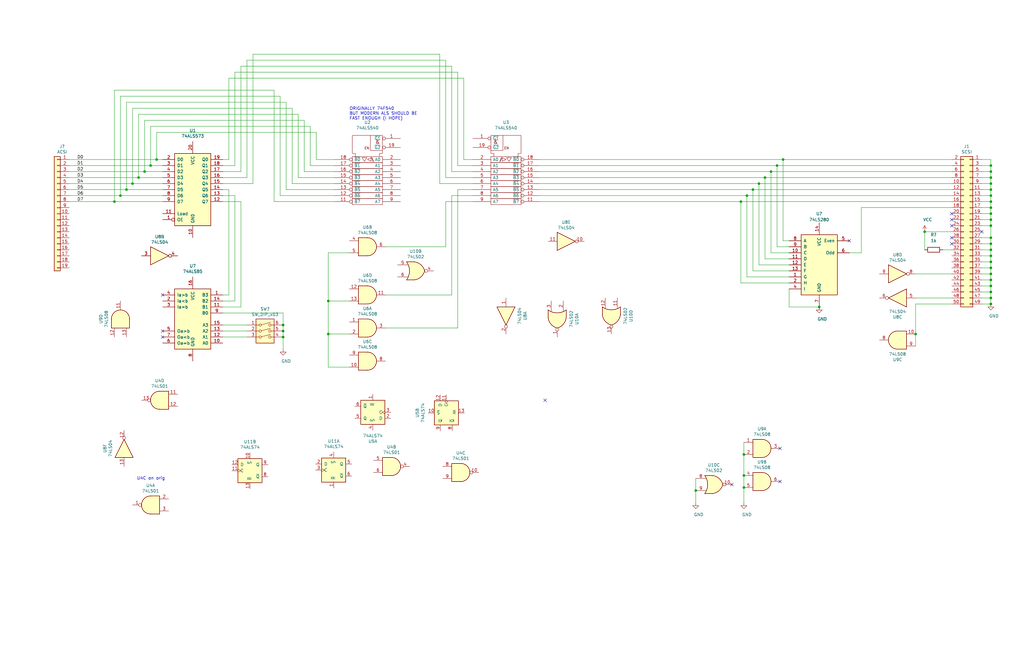
<source format=kicad_sch>
(kicad_sch (version 20201015) (generator eeschema)
  (paper "B")
  (lib_symbols
    (symbol "74xx:74LS01" (pin_names (offset 1.016))
      (property "Reference" "U" (at 0 1.27 0))
      (property "Value" "74LS01" (at 0 -1.27 0))
      (symbol "74LS01_1_1"
        (pin open_collector inverted (at 7.62 0 180) (length 3.81) (name "~") (number "1"))
        (pin input line (at -7.62 2.54 0) (length 3.81) (name "~") (number "2"))
        (pin input line (at -7.62 -2.54 0) (length 3.81) (name "~") (number "3"))
      )
      (symbol "74LS01_1_2"
        (pin open_collector line (at 7.62 0 180) (length 3.81) (name "~") (number "1"))
        (pin input inverted (at -7.62 2.54 0) (length 4.318) (name "~") (number "2"))
        (pin input inverted (at -7.62 -2.54 0) (length 4.318) (name "~") (number "3"))
      )
      (symbol "74LS01_2_1"
        (pin open_collector inverted (at 7.62 0 180) (length 3.81) (name "~") (number "4"))
        (pin input line (at -7.62 2.54 0) (length 3.81) (name "~") (number "5"))
        (pin input line (at -7.62 -2.54 0) (length 3.81) (name "~") (number "6"))
      )
      (symbol "74LS01_2_2"
        (pin open_collector line (at 7.62 0 180) (length 3.81) (name "~") (number "4"))
        (pin input inverted (at -7.62 2.54 0) (length 4.318) (name "~") (number "5"))
        (pin input inverted (at -7.62 -2.54 0) (length 4.318) (name "~") (number "6"))
      )
      (symbol "74LS01_3_1"
        (pin open_collector inverted (at 7.62 0 180) (length 3.81) (name "~") (number "10"))
        (pin input line (at -7.62 2.54 0) (length 3.81) (name "~") (number "8"))
        (pin input line (at -7.62 -2.54 0) (length 3.81) (name "~") (number "9"))
      )
      (symbol "74LS01_3_2"
        (pin open_collector line (at 7.62 0 180) (length 3.81) (name "~") (number "10"))
        (pin input inverted (at -7.62 2.54 0) (length 4.318) (name "~") (number "8"))
        (pin input inverted (at -7.62 -2.54 0) (length 4.318) (name "~") (number "9"))
      )
      (symbol "74LS01_4_1"
        (pin input line (at -7.62 2.54 0) (length 3.81) (name "~") (number "11"))
        (pin input line (at -7.62 -2.54 0) (length 3.81) (name "~") (number "12"))
        (pin open_collector inverted (at 7.62 0 180) (length 3.81) (name "~") (number "13"))
      )
      (symbol "74LS01_4_2"
        (pin input inverted (at -7.62 2.54 0) (length 4.318) (name "~") (number "11"))
        (pin input inverted (at -7.62 -2.54 0) (length 4.318) (name "~") (number "12"))
        (pin open_collector line (at 7.62 0 180) (length 3.81) (name "~") (number "13"))
      )
      (symbol "74LS01_5_0"
        (pin power_in line (at 0 12.7 270) (length 5.08) (name "VCC") (number "14"))
        (pin power_in line (at 0 -12.7 90) (length 5.08) (name "GND") (number "7"))
      )
    )
    (symbol "74xx:74LS02" (pin_names (offset 1.016))
      (property "Reference" "U" (at 0 1.27 0))
      (property "Value" "74LS02" (at 0 -1.27 0))
      (symbol "74LS02_1_1"
        (pin output inverted (at 7.62 0 180) (length 3.81) (name "~") (number "1"))
        (pin input line (at -7.62 2.54 0) (length 4.318) (name "~") (number "2"))
        (pin input line (at -7.62 -2.54 0) (length 4.318) (name "~") (number "3"))
      )
      (symbol "74LS02_1_2"
        (pin output line (at 7.62 0 180) (length 3.81) (name "~") (number "1"))
        (pin input inverted (at -7.62 2.54 0) (length 3.81) (name "~") (number "2"))
        (pin input inverted (at -7.62 -2.54 0) (length 3.81) (name "~") (number "3"))
      )
      (symbol "74LS02_2_1"
        (pin output inverted (at 7.62 0 180) (length 3.81) (name "~") (number "4"))
        (pin input line (at -7.62 2.54 0) (length 4.318) (name "~") (number "5"))
        (pin input line (at -7.62 -2.54 0) (length 4.318) (name "~") (number "6"))
      )
      (symbol "74LS02_2_2"
        (pin output line (at 7.62 0 180) (length 3.81) (name "~") (number "4"))
        (pin input inverted (at -7.62 2.54 0) (length 3.81) (name "~") (number "5"))
        (pin input inverted (at -7.62 -2.54 0) (length 3.81) (name "~") (number "6"))
      )
      (symbol "74LS02_3_1"
        (pin output inverted (at 7.62 0 180) (length 3.81) (name "~") (number "10"))
        (pin input line (at -7.62 2.54 0) (length 4.318) (name "~") (number "8"))
        (pin input line (at -7.62 -2.54 0) (length 4.318) (name "~") (number "9"))
      )
      (symbol "74LS02_3_2"
        (pin output line (at 7.62 0 180) (length 3.81) (name "~") (number "10"))
        (pin input inverted (at -7.62 2.54 0) (length 3.81) (name "~") (number "8"))
        (pin input inverted (at -7.62 -2.54 0) (length 3.81) (name "~") (number "9"))
      )
      (symbol "74LS02_4_1"
        (pin input line (at -7.62 2.54 0) (length 4.318) (name "~") (number "11"))
        (pin input line (at -7.62 -2.54 0) (length 4.318) (name "~") (number "12"))
        (pin output inverted (at 7.62 0 180) (length 3.81) (name "~") (number "13"))
      )
      (symbol "74LS02_4_2"
        (pin input inverted (at -7.62 2.54 0) (length 3.81) (name "~") (number "11"))
        (pin input inverted (at -7.62 -2.54 0) (length 3.81) (name "~") (number "12"))
        (pin output line (at 7.62 0 180) (length 3.81) (name "~") (number "13"))
      )
      (symbol "74LS02_5_0"
        (pin power_in line (at 0 12.7 270) (length 5.08) (name "VCC") (number "14"))
        (pin power_in line (at 0 -12.7 90) (length 5.08) (name "GND") (number "7"))
      )
    )
    (symbol "74xx:74LS04"
      (property "Reference" "U" (at 0 1.27 0))
      (property "Value" "74LS04" (at 0 -1.27 0))
      (symbol "74LS04_1_0"
        (pin input line (at -7.62 0 0) (length 3.81) (name "~") (number "1"))
        (pin output inverted (at 7.62 0 180) (length 3.81) (name "~") (number "2"))
      )
      (symbol "74LS04_2_0"
        (pin input line (at -7.62 0 0) (length 3.81) (name "~") (number "3"))
        (pin output inverted (at 7.62 0 180) (length 3.81) (name "~") (number "4"))
      )
      (symbol "74LS04_3_0"
        (pin input line (at -7.62 0 0) (length 3.81) (name "~") (number "5"))
        (pin output inverted (at 7.62 0 180) (length 3.81) (name "~") (number "6"))
      )
      (symbol "74LS04_4_0"
        (pin output inverted (at 7.62 0 180) (length 3.81) (name "~") (number "8"))
        (pin input line (at -7.62 0 0) (length 3.81) (name "~") (number "9"))
      )
      (symbol "74LS04_5_0"
        (pin output inverted (at 7.62 0 180) (length 3.81) (name "~") (number "10"))
        (pin input line (at -7.62 0 0) (length 3.81) (name "~") (number "11"))
      )
      (symbol "74LS04_6_0"
        (pin output inverted (at 7.62 0 180) (length 3.81) (name "~") (number "12"))
        (pin input line (at -7.62 0 0) (length 3.81) (name "~") (number "13"))
      )
      (symbol "74LS04_7_0"
        (pin power_in line (at 0 12.7 270) (length 5.08) (name "VCC") (number "14"))
        (pin power_in line (at 0 -12.7 90) (length 5.08) (name "GND") (number "7"))
      )
    )
    (symbol "74xx:74LS08" (pin_names (offset 1.016))
      (property "Reference" "U" (at 0 1.27 0))
      (property "Value" "74LS08" (at 0 -1.27 0))
      (symbol "74LS08_1_1"
        (pin input line (at -7.62 2.54 0) (length 3.81) (name "~") (number "1"))
        (pin input line (at -7.62 -2.54 0) (length 3.81) (name "~") (number "2"))
        (pin output line (at 7.62 0 180) (length 3.81) (name "~") (number "3"))
      )
      (symbol "74LS08_1_2"
        (pin input inverted (at -7.62 2.54 0) (length 4.318) (name "~") (number "1"))
        (pin input inverted (at -7.62 -2.54 0) (length 4.318) (name "~") (number "2"))
        (pin output inverted (at 7.62 0 180) (length 3.81) (name "~") (number "3"))
      )
      (symbol "74LS08_2_1"
        (pin input line (at -7.62 2.54 0) (length 3.81) (name "~") (number "4"))
        (pin input line (at -7.62 -2.54 0) (length 3.81) (name "~") (number "5"))
        (pin output line (at 7.62 0 180) (length 3.81) (name "~") (number "6"))
      )
      (symbol "74LS08_2_2"
        (pin input inverted (at -7.62 2.54 0) (length 4.318) (name "~") (number "4"))
        (pin input inverted (at -7.62 -2.54 0) (length 4.318) (name "~") (number "5"))
        (pin output inverted (at 7.62 0 180) (length 3.81) (name "~") (number "6"))
      )
      (symbol "74LS08_3_1"
        (pin input line (at -7.62 -2.54 0) (length 3.81) (name "~") (number "10"))
        (pin output line (at 7.62 0 180) (length 3.81) (name "~") (number "8"))
        (pin input line (at -7.62 2.54 0) (length 3.81) (name "~") (number "9"))
      )
      (symbol "74LS08_3_2"
        (pin input inverted (at -7.62 -2.54 0) (length 4.318) (name "~") (number "10"))
        (pin output inverted (at 7.62 0 180) (length 3.81) (name "~") (number "8"))
        (pin input inverted (at -7.62 2.54 0) (length 4.318) (name "~") (number "9"))
      )
      (symbol "74LS08_4_1"
        (pin output line (at 7.62 0 180) (length 3.81) (name "~") (number "11"))
        (pin input line (at -7.62 2.54 0) (length 3.81) (name "~") (number "12"))
        (pin input line (at -7.62 -2.54 0) (length 3.81) (name "~") (number "13"))
      )
      (symbol "74LS08_4_2"
        (pin output inverted (at 7.62 0 180) (length 3.81) (name "~") (number "11"))
        (pin input inverted (at -7.62 2.54 0) (length 4.318) (name "~") (number "12"))
        (pin input inverted (at -7.62 -2.54 0) (length 4.318) (name "~") (number "13"))
      )
      (symbol "74LS08_5_0"
        (pin power_in line (at 0 12.7 270) (length 5.08) (name "VCC") (number "14"))
        (pin power_in line (at 0 -12.7 90) (length 5.08) (name "GND") (number "7"))
      )
    )
    (symbol "74xx:74LS280" (pin_names (offset 1.016))
      (property "Reference" "U" (at -7.62 13.97 0))
      (property "Value" "74LS280" (at -7.62 -13.97 0))
      (symbol "74LS280_1_0"
        (pin input line (at -12.7 -5.08 0) (length 5.08) (name "G") (number "1"))
        (pin input line (at -12.7 5.08 0) (length 5.08) (name "C") (number "10"))
        (pin input line (at -12.7 2.54 0) (length 5.08) (name "D") (number "11"))
        (pin input line (at -12.7 0 0) (length 5.08) (name "E") (number "12"))
        (pin input line (at -12.7 -2.54 0) (length 5.08) (name "F") (number "13"))
        (pin power_in line (at 0 17.78 270) (length 5.08) (name "VCC") (number "14"))
        (pin input line (at -12.7 -7.62 0) (length 5.08) (name "H") (number "2"))
        (pin input line (at -12.7 -10.16 0) (length 5.08) (name "I") (number "4"))
        (pin output line (at 12.7 10.16 180) (length 5.08) (name "Even") (number "5"))
        (pin output line (at 12.7 5.08 180) (length 5.08) (name "Odd") (number "6"))
        (pin power_in line (at 0 -17.78 90) (length 5.08) (name "GND") (number "7"))
        (pin input line (at -12.7 10.16 0) (length 5.08) (name "A") (number "8"))
        (pin input line (at -12.7 7.62 0) (length 5.08) (name "B") (number "9"))
      )
      (symbol "74LS280_1_1"
        (pin unconnected line (at 7.62 0 180) (length 2.54) hide (name "NC") (number "3"))
      )
    )
    (symbol "74xx:74LS573" (pin_names (offset 1.016))
      (property "Reference" "U" (at -7.62 16.51 0))
      (property "Value" "74LS573" (at -7.62 -16.51 0))
      (symbol "74LS573_1_0"
        (pin input inverted (at -12.7 -12.7 0) (length 5.08) (name "OE") (number "1"))
        (pin power_in line (at 0 -20.32 90) (length 5.08) (name "GND") (number "10"))
        (pin input line (at -12.7 -10.16 0) (length 5.08) (name "Load") (number "11"))
        (pin tri_state line (at 12.7 -5.08 180) (length 5.08) (name "Q7") (number "12"))
        (pin tri_state line (at 12.7 -2.54 180) (length 5.08) (name "Q6") (number "13"))
        (pin tri_state line (at 12.7 0 180) (length 5.08) (name "Q5") (number "14"))
        (pin tri_state line (at 12.7 2.54 180) (length 5.08) (name "Q4") (number "15"))
        (pin tri_state line (at 12.7 5.08 180) (length 5.08) (name "Q3") (number "16"))
        (pin tri_state line (at 12.7 7.62 180) (length 5.08) (name "Q2") (number "17"))
        (pin tri_state line (at 12.7 10.16 180) (length 5.08) (name "Q1") (number "18"))
        (pin tri_state line (at 12.7 12.7 180) (length 5.08) (name "Q0") (number "19"))
        (pin input line (at -12.7 12.7 0) (length 5.08) (name "D0") (number "2"))
        (pin power_in line (at 0 20.32 270) (length 5.08) (name "VCC") (number "20"))
        (pin input line (at -12.7 10.16 0) (length 5.08) (name "D1") (number "3"))
        (pin input line (at -12.7 7.62 0) (length 5.08) (name "D2") (number "4"))
        (pin input line (at -12.7 5.08 0) (length 5.08) (name "D3") (number "5"))
        (pin input line (at -12.7 2.54 0) (length 5.08) (name "D4") (number "6"))
        (pin input line (at -12.7 0 0) (length 5.08) (name "D5") (number "7"))
        (pin input line (at -12.7 -2.54 0) (length 5.08) (name "D6") (number "8"))
        (pin input line (at -12.7 -5.08 0) (length 5.08) (name "D7") (number "9"))
      )
    )
    (symbol "74xx:74LS74" (pin_names (offset 1.016))
      (property "Reference" "U" (at -7.62 8.89 0))
      (property "Value" "74LS74" (at -7.62 -8.89 0))
      (symbol "74LS74_1_0"
        (pin input line (at 0 -7.62 90) (length 2.54) (name "~R") (number "1"))
        (pin input line (at -7.62 2.54 0) (length 2.54) (name "D") (number "2"))
        (pin input clock (at -7.62 0 0) (length 2.54) (name "C") (number "3"))
        (pin input line (at 0 7.62 270) (length 2.54) (name "~S") (number "4"))
        (pin output line (at 7.62 2.54 180) (length 2.54) (name "Q") (number "5"))
        (pin output line (at 7.62 -2.54 180) (length 2.54) (name "~Q") (number "6"))
      )
      (symbol "74LS74_2_0"
        (pin input line (at 0 7.62 270) (length 2.54) (name "~S") (number "10"))
        (pin input clock (at -7.62 0 0) (length 2.54) (name "C") (number "11"))
        (pin input line (at -7.62 2.54 0) (length 2.54) (name "D") (number "12"))
        (pin input line (at 0 -7.62 90) (length 2.54) (name "~R") (number "13"))
        (pin output line (at 7.62 -2.54 180) (length 2.54) (name "~Q") (number "8"))
        (pin output line (at 7.62 2.54 180) (length 2.54) (name "Q") (number "9"))
      )
      (symbol "74LS74_3_0"
        (pin power_in line (at 0 10.16 270) (length 2.54) (name "VCC") (number "14"))
        (pin power_in line (at 0 -10.16 90) (length 2.54) (name "GND") (number "7"))
      )
    )
    (symbol "74xx:74LS85" (pin_names (offset 1.016))
      (property "Reference" "U" (at -7.62 13.97 0))
      (property "Value" "74LS85" (at -7.62 -13.97 0))
      (symbol "74LS85_1_0"
        (pin input line (at -12.7 10.16 0) (length 5.08) (name "B3") (number "1"))
        (pin input line (at -12.7 -10.16 0) (length 5.08) (name "A0") (number "10"))
        (pin input line (at -12.7 5.08 0) (length 5.08) (name "B1") (number "11"))
        (pin input line (at -12.7 -7.62 0) (length 5.08) (name "A1") (number "12"))
        (pin input line (at -12.7 -5.08 0) (length 5.08) (name "A2") (number "13"))
        (pin input line (at -12.7 7.62 0) (length 5.08) (name "B2") (number "14"))
        (pin input line (at -12.7 -2.54 0) (length 5.08) (name "A3") (number "15"))
        (pin power_in line (at 0 17.78 270) (length 5.08) (name "VCC") (number "16"))
        (pin input line (at 12.7 7.62 180) (length 5.08) (name "Ia<b") (number "2"))
        (pin input line (at 12.7 5.08 180) (length 5.08) (name "Ia=b") (number "3"))
        (pin input line (at 12.7 10.16 180) (length 5.08) (name "Ia>b") (number "4"))
        (pin output line (at 12.7 -5.08 180) (length 5.08) (name "Oa>b") (number "5"))
        (pin output line (at 12.7 -10.16 180) (length 5.08) (name "Oa=b") (number "6"))
        (pin output line (at 12.7 -7.62 180) (length 5.08) (name "Oa<b") (number "7"))
        (pin power_in line (at 0 -17.78 90) (length 5.08) (name "GND") (number "8"))
        (pin input line (at -12.7 2.54 0) (length 5.08) (name "B0") (number "9"))
      )
    )
    (symbol "74xx_IEEE:74LS540" (pin_names (offset 0.762))
      (property "Reference" "U" (at 7.62 17.78 0))
      (property "Value" "74LS540" (at 2.54 -15.24 0))
      (symbol "74LS540_0_0"
        (text "&" (at -4.318 13.716 0) (effects (font (size 1.524 1.524))))
        (text "EN" (at 0.254 11.176 0) (effects (font (size 1.016 1.016))))
        (pin power_in line (at 1.27 16.51 270) (length 0) hide (name "GND") (number "10"))
        (pin power_in line (at 5.08 16.51 270) (length 0) hide (name "VCC") (number "20"))
      )
      (symbol "74LS540_1_1"
        (pin input inverted (at -13.97 15.24 0) (length 7.62) (name "~G1") (number "1"))
        (pin tri_state inverted (at 13.97 -11.43 180) (length 7.62) (name "~B7") (number "11"))
        (pin tri_state inverted (at 13.97 -8.89 180) (length 7.62) (name "~B6") (number "12"))
        (pin tri_state inverted (at 13.97 -6.35 180) (length 7.62) (name "~B5") (number "13"))
        (pin tri_state inverted (at 13.97 -3.81 180) (length 7.62) (name "~B4") (number "14"))
        (pin tri_state inverted (at 13.97 -1.27 180) (length 7.62) (name "~B3") (number "15"))
        (pin tri_state inverted (at 13.97 1.27 180) (length 7.62) (name "~B2") (number "16"))
        (pin tri_state inverted (at 13.97 3.81 180) (length 7.62) (name "~B1") (number "17"))
        (pin tri_state inverted (at 13.97 6.35 180) (length 7.62) (name "~B0") (number "18"))
        (pin input inverted (at -13.97 11.43 0) (length 7.62) (name "~G2") (number "19"))
        (pin tri_state line (at -13.97 6.35 0) (length 7.62) (name "A0") (number "2"))
        (pin tri_state line (at -13.97 3.81 0) (length 7.62) (name "A1") (number "3"))
        (pin tri_state line (at -13.97 1.27 0) (length 7.62) (name "A2") (number "4"))
        (pin tri_state line (at -13.97 -1.27 0) (length 7.62) (name "A3") (number "5"))
        (pin tri_state line (at -13.97 -3.81 0) (length 7.62) (name "A4") (number "6"))
        (pin tri_state line (at -13.97 -6.35 0) (length 7.62) (name "A5") (number "7"))
        (pin tri_state line (at -13.97 -8.89 0) (length 7.62) (name "A6") (number "8"))
        (pin tri_state line (at -13.97 -11.43 0) (length 7.62) (name "A7") (number "9"))
      )
    )
    (symbol "Connector_Generic:Conn_01x19" (pin_names (offset 1.016) hide)
      (property "Reference" "J" (at 0 25.4 0))
      (property "Value" "Conn_01x19" (at 0 -25.4 0))
      (symbol "Conn_01x19_1_1"
        (pin passive line (at -5.08 22.86 0) (length 3.81) (name "Pin_1") (number "1"))
        (pin passive line (at -5.08 0 0) (length 3.81) (name "Pin_10") (number "10"))
        (pin passive line (at -5.08 -2.54 0) (length 3.81) (name "Pin_11") (number "11"))
        (pin passive line (at -5.08 -5.08 0) (length 3.81) (name "Pin_12") (number "12"))
        (pin passive line (at -5.08 -7.62 0) (length 3.81) (name "Pin_13") (number "13"))
        (pin passive line (at -5.08 -10.16 0) (length 3.81) (name "Pin_14") (number "14"))
        (pin passive line (at -5.08 -12.7 0) (length 3.81) (name "Pin_15") (number "15"))
        (pin passive line (at -5.08 -15.24 0) (length 3.81) (name "Pin_16") (number "16"))
        (pin passive line (at -5.08 -17.78 0) (length 3.81) (name "Pin_17") (number "17"))
        (pin passive line (at -5.08 -20.32 0) (length 3.81) (name "Pin_18") (number "18"))
        (pin passive line (at -5.08 -22.86 0) (length 3.81) (name "Pin_19") (number "19"))
        (pin passive line (at -5.08 20.32 0) (length 3.81) (name "Pin_2") (number "2"))
        (pin passive line (at -5.08 17.78 0) (length 3.81) (name "Pin_3") (number "3"))
        (pin passive line (at -5.08 15.24 0) (length 3.81) (name "Pin_4") (number "4"))
        (pin passive line (at -5.08 12.7 0) (length 3.81) (name "Pin_5") (number "5"))
        (pin passive line (at -5.08 10.16 0) (length 3.81) (name "Pin_6") (number "6"))
        (pin passive line (at -5.08 7.62 0) (length 3.81) (name "Pin_7") (number "7"))
        (pin passive line (at -5.08 5.08 0) (length 3.81) (name "Pin_8") (number "8"))
        (pin passive line (at -5.08 2.54 0) (length 3.81) (name "Pin_9") (number "9"))
      )
    )
    (symbol "Connector_Generic:Conn_02x25_Odd_Even" (pin_names (offset 1.016) hide)
      (property "Reference" "J" (at 1.27 33.02 0))
      (property "Value" "Conn_02x25_Odd_Even" (at 1.27 -33.02 0))
      (symbol "Conn_02x25_Odd_Even_1_1"
        (pin passive line (at -5.08 30.48 0) (length 3.81) (name "Pin_1") (number "1"))
        (pin passive line (at 7.62 20.32 180) (length 3.81) (name "Pin_10") (number "10"))
        (pin passive line (at -5.08 17.78 0) (length 3.81) (name "Pin_11") (number "11"))
        (pin passive line (at 7.62 17.78 180) (length 3.81) (name "Pin_12") (number "12"))
        (pin passive line (at -5.08 15.24 0) (length 3.81) (name "Pin_13") (number "13"))
        (pin passive line (at 7.62 15.24 180) (length 3.81) (name "Pin_14") (number "14"))
        (pin passive line (at -5.08 12.7 0) (length 3.81) (name "Pin_15") (number "15"))
        (pin passive line (at 7.62 12.7 180) (length 3.81) (name "Pin_16") (number "16"))
        (pin passive line (at -5.08 10.16 0) (length 3.81) (name "Pin_17") (number "17"))
        (pin passive line (at 7.62 10.16 180) (length 3.81) (name "Pin_18") (number "18"))
        (pin passive line (at -5.08 7.62 0) (length 3.81) (name "Pin_19") (number "19"))
        (pin passive line (at 7.62 30.48 180) (length 3.81) (name "Pin_2") (number "2"))
        (pin passive line (at 7.62 7.62 180) (length 3.81) (name "Pin_20") (number "20"))
        (pin passive line (at -5.08 5.08 0) (length 3.81) (name "Pin_21") (number "21"))
        (pin passive line (at 7.62 5.08 180) (length 3.81) (name "Pin_22") (number "22"))
        (pin passive line (at -5.08 2.54 0) (length 3.81) (name "Pin_23") (number "23"))
        (pin passive line (at 7.62 2.54 180) (length 3.81) (name "Pin_24") (number "24"))
        (pin passive line (at -5.08 0 0) (length 3.81) (name "Pin_25") (number "25"))
        (pin passive line (at 7.62 0 180) (length 3.81) (name "Pin_26") (number "26"))
        (pin passive line (at -5.08 -2.54 0) (length 3.81) (name "Pin_27") (number "27"))
        (pin passive line (at 7.62 -2.54 180) (length 3.81) (name "Pin_28") (number "28"))
        (pin passive line (at -5.08 -5.08 0) (length 3.81) (name "Pin_29") (number "29"))
        (pin passive line (at -5.08 27.94 0) (length 3.81) (name "Pin_3") (number "3"))
        (pin passive line (at 7.62 -5.08 180) (length 3.81) (name "Pin_30") (number "30"))
        (pin passive line (at -5.08 -7.62 0) (length 3.81) (name "Pin_31") (number "31"))
        (pin passive line (at 7.62 -7.62 180) (length 3.81) (name "Pin_32") (number "32"))
        (pin passive line (at -5.08 -10.16 0) (length 3.81) (name "Pin_33") (number "33"))
        (pin passive line (at 7.62 -10.16 180) (length 3.81) (name "Pin_34") (number "34"))
        (pin passive line (at -5.08 -12.7 0) (length 3.81) (name "Pin_35") (number "35"))
        (pin passive line (at 7.62 -12.7 180) (length 3.81) (name "Pin_36") (number "36"))
        (pin passive line (at -5.08 -15.24 0) (length 3.81) (name "Pin_37") (number "37"))
        (pin passive line (at 7.62 -15.24 180) (length 3.81) (name "Pin_38") (number "38"))
        (pin passive line (at -5.08 -17.78 0) (length 3.81) (name "Pin_39") (number "39"))
        (pin passive line (at 7.62 27.94 180) (length 3.81) (name "Pin_4") (number "4"))
        (pin passive line (at 7.62 -17.78 180) (length 3.81) (name "Pin_40") (number "40"))
        (pin passive line (at -5.08 -20.32 0) (length 3.81) (name "Pin_41") (number "41"))
        (pin passive line (at 7.62 -20.32 180) (length 3.81) (name "Pin_42") (number "42"))
        (pin passive line (at -5.08 -22.86 0) (length 3.81) (name "Pin_43") (number "43"))
        (pin passive line (at 7.62 -22.86 180) (length 3.81) (name "Pin_44") (number "44"))
        (pin passive line (at -5.08 -25.4 0) (length 3.81) (name "Pin_45") (number "45"))
        (pin passive line (at 7.62 -25.4 180) (length 3.81) (name "Pin_46") (number "46"))
        (pin passive line (at -5.08 -27.94 0) (length 3.81) (name "Pin_47") (number "47"))
        (pin passive line (at 7.62 -27.94 180) (length 3.81) (name "Pin_48") (number "48"))
        (pin passive line (at -5.08 -30.48 0) (length 3.81) (name "Pin_49") (number "49"))
        (pin passive line (at -5.08 25.4 0) (length 3.81) (name "Pin_5") (number "5"))
        (pin passive line (at 7.62 -30.48 180) (length 3.81) (name "Pin_50") (number "50"))
        (pin passive line (at 7.62 25.4 180) (length 3.81) (name "Pin_6") (number "6"))
        (pin passive line (at -5.08 22.86 0) (length 3.81) (name "Pin_7") (number "7"))
        (pin passive line (at 7.62 22.86 180) (length 3.81) (name "Pin_8") (number "8"))
        (pin passive line (at -5.08 20.32 0) (length 3.81) (name "Pin_9") (number "9"))
      )
    )
    (symbol "Device:R" (pin_numbers hide) (pin_names (offset 0))
      (property "Reference" "R" (at 2.032 0 90))
      (property "Value" "R" (at 0 0 90))
      (symbol "R_1_1"
        (pin passive line (at 0 3.81 270) (length 1.27) (name "~") (number "1"))
        (pin passive line (at 0 -3.81 90) (length 1.27) (name "~") (number "2"))
      )
    )
    (symbol "Switch:SW_DIP_x03" (pin_names (offset 0) hide)
      (property "Reference" "SW" (at 0 8.89 0))
      (property "Value" "SW_DIP_x03" (at 0 -3.81 0))
      (symbol "SW_DIP_x03_1_1"
        (pin passive line (at -7.62 5.08 0) (length 5.08) (name "~") (number "1"))
        (pin passive line (at -7.62 2.54 0) (length 5.08) (name "~") (number "2"))
        (pin passive line (at -7.62 0 0) (length 5.08) (name "~") (number "3"))
        (pin passive line (at 7.62 0 180) (length 5.08) (name "~") (number "4"))
        (pin passive line (at 7.62 2.54 180) (length 5.08) (name "~") (number "5"))
        (pin passive line (at 7.62 5.08 180) (length 5.08) (name "~") (number "6"))
      )
    )
    (symbol "power:GND" (power) (pin_names (offset 0))
      (property "Value" "GND" (at 0 -3.81 0))
      (symbol "GND_1_1"
        (pin power_in line (at 0 0 270) (length 0) hide (name "GND") (number "1"))
      )
    )
    (symbol "power:VCC" (power) (pin_names (offset 0))
      (property "Value" "VCC" (at 0 3.81 0))
      (symbol "VCC_1_1"
        (pin power_in line (at 0 0 90) (length 0) hide (name "VCC") (number "1"))
      )
    )
  )
  (junction (at 48.26 85.09) (diameter 0.9144))
  (junction (at 50.8 82.55) (diameter 0.9144))
  (junction (at 53.34 80.01) (diameter 0.9144))
  (junction (at 55.88 77.47) (diameter 0.9144))
  (junction (at 58.42 74.93) (diameter 0.9144))
  (junction (at 60.96 72.39) (diameter 0.9144))
  (junction (at 63.5 69.85) (diameter 0.9144))
  (junction (at 66.04 67.31) (diameter 0.9144))
  (junction (at 119.38 137.16) (diameter 0.9144))
  (junction (at 119.38 139.7) (diameter 0.9144))
  (junction (at 119.38 142.24) (diameter 0.9144))
  (junction (at 138.43 127) (diameter 0.9144))
  (junction (at 138.43 140.97) (diameter 0.9144))
  (junction (at 293.37 207.01) (diameter 0.9144))
  (junction (at 312.42 85.09) (diameter 0.9144))
  (junction (at 313.69 191.77) (diameter 0.9144))
  (junction (at 313.69 200.66) (diameter 0.9144))
  (junction (at 313.69 205.74) (diameter 0.9144))
  (junction (at 314.96 82.55) (diameter 0.9144))
  (junction (at 317.5 80.01) (diameter 0.9144))
  (junction (at 320.04 77.47) (diameter 0.9144))
  (junction (at 322.58 74.93) (diameter 0.9144))
  (junction (at 325.12 72.39) (diameter 0.9144))
  (junction (at 327.66 69.85) (diameter 0.9144))
  (junction (at 330.2 67.31) (diameter 0.9144))
  (junction (at 345.44 129.54) (diameter 0.9144))
  (junction (at 386.08 140.97) (diameter 0.9144))
  (junction (at 389.89 97.79) (diameter 0.9144))
  (junction (at 417.83 69.85) (diameter 0.9144))
  (junction (at 417.83 72.39) (diameter 0.9144))
  (junction (at 417.83 74.93) (diameter 0.9144))
  (junction (at 417.83 77.47) (diameter 0.9144))
  (junction (at 417.83 80.01) (diameter 0.9144))
  (junction (at 417.83 82.55) (diameter 0.9144))
  (junction (at 417.83 85.09) (diameter 0.9144))
  (junction (at 417.83 87.63) (diameter 0.9144))
  (junction (at 417.83 90.17) (diameter 0.9144))
  (junction (at 417.83 92.71) (diameter 0.9144))
  (junction (at 417.83 95.25) (diameter 0.9144))
  (junction (at 417.83 100.33) (diameter 0.9144))
  (junction (at 417.83 102.87) (diameter 0.9144))
  (junction (at 417.83 105.41) (diameter 0.9144))
  (junction (at 417.83 107.95) (diameter 0.9144))
  (junction (at 417.83 110.49) (diameter 0.9144))
  (junction (at 417.83 113.03) (diameter 0.9144))
  (junction (at 417.83 115.57) (diameter 0.9144))
  (junction (at 417.83 118.11) (diameter 0.9144))
  (junction (at 417.83 120.65) (diameter 0.9144))
  (junction (at 417.83 123.19) (diameter 0.9144))
  (junction (at 417.83 125.73) (diameter 0.9144))
  (junction (at 417.83 128.27) (diameter 0.9144))
  (no_connect (at 68.58 124.46))
  (no_connect (at 68.58 139.7))
  (no_connect (at 68.58 142.24))
  (no_connect (at 229.87 168.91))
  (no_connect (at 308.61 204.47))
  (no_connect (at 328.93 189.23))
  (no_connect (at 328.93 203.2))
  (no_connect (at 358.14 101.6))
  (no_connect (at 401.32 90.17))
  (no_connect (at 401.32 92.71))
  (no_connect (at 401.32 95.25))
  (no_connect (at 401.32 100.33))
  (no_connect (at 401.32 102.87))
  (no_connect (at 414.02 97.79))
  (wire (pts (xy 29.21 67.31) (xy 66.04 67.31)))
  (wire (pts (xy 29.21 69.85) (xy 63.5 69.85)))
  (wire (pts (xy 29.21 72.39) (xy 60.96 72.39)))
  (wire (pts (xy 29.21 74.93) (xy 58.42 74.93)))
  (wire (pts (xy 29.21 77.47) (xy 55.88 77.47)))
  (wire (pts (xy 29.21 80.01) (xy 53.34 80.01)))
  (wire (pts (xy 29.21 82.55) (xy 50.8 82.55)))
  (wire (pts (xy 29.21 85.09) (xy 48.26 85.09)))
  (wire (pts (xy 48.26 38.1) (xy 115.57 38.1)))
  (wire (pts (xy 48.26 85.09) (xy 48.26 38.1)))
  (wire (pts (xy 48.26 85.09) (xy 68.58 85.09)))
  (wire (pts (xy 50.8 40.64) (xy 118.11 40.64)))
  (wire (pts (xy 50.8 82.55) (xy 50.8 40.64)))
  (wire (pts (xy 50.8 82.55) (xy 68.58 82.55)))
  (wire (pts (xy 53.34 43.18) (xy 120.65 43.18)))
  (wire (pts (xy 53.34 80.01) (xy 53.34 43.18)))
  (wire (pts (xy 53.34 80.01) (xy 68.58 80.01)))
  (wire (pts (xy 55.88 45.72) (xy 123.19 45.72)))
  (wire (pts (xy 55.88 77.47) (xy 55.88 45.72)))
  (wire (pts (xy 55.88 77.47) (xy 68.58 77.47)))
  (wire (pts (xy 58.42 48.26) (xy 125.73 48.26)))
  (wire (pts (xy 58.42 74.93) (xy 58.42 48.26)))
  (wire (pts (xy 58.42 74.93) (xy 68.58 74.93)))
  (wire (pts (xy 60.96 50.8) (xy 128.27 50.8)))
  (wire (pts (xy 60.96 72.39) (xy 60.96 50.8)))
  (wire (pts (xy 60.96 72.39) (xy 68.58 72.39)))
  (wire (pts (xy 63.5 53.34) (xy 130.81 53.34)))
  (wire (pts (xy 63.5 69.85) (xy 63.5 53.34)))
  (wire (pts (xy 63.5 69.85) (xy 68.58 69.85)))
  (wire (pts (xy 66.04 67.31) (xy 66.04 55.88)))
  (wire (pts (xy 66.04 67.31) (xy 68.58 67.31)))
  (wire (pts (xy 93.98 67.31) (xy 96.52 67.31)))
  (wire (pts (xy 93.98 69.85) (xy 99.06 69.85)))
  (wire (pts (xy 93.98 72.39) (xy 101.6 72.39)))
  (wire (pts (xy 93.98 74.93) (xy 104.14 74.93)))
  (wire (pts (xy 93.98 77.47) (xy 106.68 77.47)))
  (wire (pts (xy 93.98 80.01) (xy 96.52 80.01)))
  (wire (pts (xy 93.98 82.55) (xy 99.06 82.55)))
  (wire (pts (xy 93.98 129.54) (xy 101.6 129.54)))
  (wire (pts (xy 93.98 132.08) (xy 119.38 132.08)))
  (wire (pts (xy 93.98 139.7) (xy 104.14 139.7)))
  (wire (pts (xy 96.52 67.31) (xy 96.52 33.02)))
  (wire (pts (xy 96.52 80.01) (xy 96.52 124.46)))
  (wire (pts (xy 96.52 124.46) (xy 93.98 124.46)))
  (wire (pts (xy 99.06 30.48) (xy 193.04 30.48)))
  (wire (pts (xy 99.06 69.85) (xy 99.06 30.48)))
  (wire (pts (xy 99.06 82.55) (xy 99.06 127)))
  (wire (pts (xy 99.06 127) (xy 93.98 127)))
  (wire (pts (xy 101.6 27.94) (xy 190.5 27.94)))
  (wire (pts (xy 101.6 72.39) (xy 101.6 27.94)))
  (wire (pts (xy 101.6 85.09) (xy 93.98 85.09)))
  (wire (pts (xy 101.6 129.54) (xy 101.6 85.09)))
  (wire (pts (xy 104.14 25.4) (xy 104.14 74.93)))
  (wire (pts (xy 104.14 137.16) (xy 93.98 137.16)))
  (wire (pts (xy 104.14 142.24) (xy 93.98 142.24)))
  (wire (pts (xy 106.68 22.86) (xy 106.68 77.47)))
  (wire (pts (xy 106.68 22.86) (xy 185.42 22.86)))
  (wire (pts (xy 115.57 38.1) (xy 115.57 85.09)))
  (wire (pts (xy 115.57 85.09) (xy 140.97 85.09)))
  (wire (pts (xy 118.11 40.64) (xy 118.11 82.55)))
  (wire (pts (xy 118.11 82.55) (xy 140.97 82.55)))
  (wire (pts (xy 119.38 132.08) (xy 119.38 137.16)))
  (wire (pts (xy 119.38 137.16) (xy 119.38 139.7)))
  (wire (pts (xy 119.38 139.7) (xy 119.38 142.24)))
  (wire (pts (xy 119.38 142.24) (xy 119.38 147.32)))
  (wire (pts (xy 120.65 43.18) (xy 120.65 80.01)))
  (wire (pts (xy 120.65 80.01) (xy 140.97 80.01)))
  (wire (pts (xy 123.19 45.72) (xy 123.19 77.47)))
  (wire (pts (xy 123.19 77.47) (xy 140.97 77.47)))
  (wire (pts (xy 125.73 48.26) (xy 125.73 74.93)))
  (wire (pts (xy 125.73 74.93) (xy 140.97 74.93)))
  (wire (pts (xy 128.27 50.8) (xy 128.27 72.39)))
  (wire (pts (xy 128.27 72.39) (xy 140.97 72.39)))
  (wire (pts (xy 130.81 53.34) (xy 130.81 69.85)))
  (wire (pts (xy 130.81 69.85) (xy 140.97 69.85)))
  (wire (pts (xy 133.35 55.88) (xy 66.04 55.88)))
  (wire (pts (xy 133.35 67.31) (xy 133.35 55.88)))
  (wire (pts (xy 138.43 106.68) (xy 138.43 127)))
  (wire (pts (xy 138.43 127) (xy 138.43 140.97)))
  (wire (pts (xy 138.43 140.97) (xy 138.43 154.94)))
  (wire (pts (xy 138.43 140.97) (xy 147.32 140.97)))
  (wire (pts (xy 138.43 154.94) (xy 147.32 154.94)))
  (wire (pts (xy 140.97 67.31) (xy 133.35 67.31)))
  (wire (pts (xy 147.32 106.68) (xy 138.43 106.68)))
  (wire (pts (xy 147.32 127) (xy 138.43 127)))
  (wire (pts (xy 162.56 138.43) (xy 193.04 138.43)))
  (wire (pts (xy 185.42 22.86) (xy 185.42 77.47)))
  (wire (pts (xy 185.42 77.47) (xy 199.39 77.47)))
  (wire (pts (xy 187.96 25.4) (xy 104.14 25.4)))
  (wire (pts (xy 187.96 74.93) (xy 187.96 25.4)))
  (wire (pts (xy 187.96 85.09) (xy 187.96 104.14)))
  (wire (pts (xy 187.96 104.14) (xy 162.56 104.14)))
  (wire (pts (xy 190.5 27.94) (xy 190.5 72.39)))
  (wire (pts (xy 190.5 72.39) (xy 199.39 72.39)))
  (wire (pts (xy 190.5 82.55) (xy 190.5 124.46)))
  (wire (pts (xy 190.5 124.46) (xy 162.56 124.46)))
  (wire (pts (xy 193.04 30.48) (xy 193.04 69.85)))
  (wire (pts (xy 193.04 69.85) (xy 199.39 69.85)))
  (wire (pts (xy 193.04 80.01) (xy 199.39 80.01)))
  (wire (pts (xy 193.04 138.43) (xy 193.04 80.01)))
  (wire (pts (xy 195.58 33.02) (xy 96.52 33.02)))
  (wire (pts (xy 195.58 67.31) (xy 195.58 33.02)))
  (wire (pts (xy 199.39 67.31) (xy 195.58 67.31)))
  (wire (pts (xy 199.39 74.93) (xy 187.96 74.93)))
  (wire (pts (xy 199.39 82.55) (xy 190.5 82.55)))
  (wire (pts (xy 199.39 85.09) (xy 187.96 85.09)))
  (wire (pts (xy 227.33 67.31) (xy 330.2 67.31)))
  (wire (pts (xy 227.33 69.85) (xy 327.66 69.85)))
  (wire (pts (xy 227.33 72.39) (xy 325.12 72.39)))
  (wire (pts (xy 227.33 74.93) (xy 322.58 74.93)))
  (wire (pts (xy 227.33 77.47) (xy 320.04 77.47)))
  (wire (pts (xy 227.33 80.01) (xy 317.5 80.01)))
  (wire (pts (xy 227.33 82.55) (xy 314.96 82.55)))
  (wire (pts (xy 227.33 85.09) (xy 312.42 85.09)))
  (wire (pts (xy 293.37 201.93) (xy 293.37 207.01)))
  (wire (pts (xy 293.37 207.01) (xy 293.37 212.09)))
  (wire (pts (xy 312.42 85.09) (xy 401.32 85.09)))
  (wire (pts (xy 312.42 119.38) (xy 312.42 85.09)))
  (wire (pts (xy 313.69 186.69) (xy 313.69 191.77)))
  (wire (pts (xy 313.69 191.77) (xy 313.69 200.66)))
  (wire (pts (xy 313.69 200.66) (xy 313.69 205.74)))
  (wire (pts (xy 313.69 205.74) (xy 313.69 212.09)))
  (wire (pts (xy 314.96 82.55) (xy 401.32 82.55)))
  (wire (pts (xy 314.96 116.84) (xy 314.96 82.55)))
  (wire (pts (xy 317.5 80.01) (xy 401.32 80.01)))
  (wire (pts (xy 317.5 114.3) (xy 317.5 80.01)))
  (wire (pts (xy 320.04 77.47) (xy 401.32 77.47)))
  (wire (pts (xy 320.04 111.76) (xy 320.04 77.47)))
  (wire (pts (xy 322.58 74.93) (xy 401.32 74.93)))
  (wire (pts (xy 322.58 109.22) (xy 322.58 74.93)))
  (wire (pts (xy 325.12 72.39) (xy 401.32 72.39)))
  (wire (pts (xy 325.12 106.68) (xy 325.12 72.39)))
  (wire (pts (xy 327.66 69.85) (xy 401.32 69.85)))
  (wire (pts (xy 327.66 104.14) (xy 327.66 69.85)))
  (wire (pts (xy 330.2 67.31) (xy 401.32 67.31)))
  (wire (pts (xy 330.2 101.6) (xy 330.2 67.31)))
  (wire (pts (xy 332.74 101.6) (xy 330.2 101.6)))
  (wire (pts (xy 332.74 104.14) (xy 327.66 104.14)))
  (wire (pts (xy 332.74 106.68) (xy 325.12 106.68)))
  (wire (pts (xy 332.74 109.22) (xy 322.58 109.22)))
  (wire (pts (xy 332.74 111.76) (xy 320.04 111.76)))
  (wire (pts (xy 332.74 114.3) (xy 317.5 114.3)))
  (wire (pts (xy 332.74 116.84) (xy 314.96 116.84)))
  (wire (pts (xy 332.74 119.38) (xy 312.42 119.38)))
  (wire (pts (xy 332.74 121.92) (xy 332.74 129.54)))
  (wire (pts (xy 332.74 129.54) (xy 345.44 129.54)))
  (wire (pts (xy 363.22 87.63) (xy 363.22 106.68)))
  (wire (pts (xy 363.22 106.68) (xy 358.14 106.68)))
  (wire (pts (xy 386.08 125.73) (xy 401.32 125.73)))
  (wire (pts (xy 386.08 128.27) (xy 401.32 128.27)))
  (wire (pts (xy 386.08 140.97) (xy 386.08 128.27)))
  (wire (pts (xy 386.08 146.05) (xy 386.08 140.97)))
  (wire (pts (xy 389.89 97.79) (xy 389.89 105.41)))
  (wire (pts (xy 389.89 97.79) (xy 401.32 97.79)))
  (wire (pts (xy 397.51 105.41) (xy 401.32 105.41)))
  (wire (pts (xy 401.32 87.63) (xy 363.22 87.63)))
  (wire (pts (xy 401.32 115.57) (xy 386.08 115.57)))
  (wire (pts (xy 414.02 67.31) (xy 417.83 67.31)))
  (wire (pts (xy 414.02 69.85) (xy 417.83 69.85)))
  (wire (pts (xy 414.02 72.39) (xy 417.83 72.39)))
  (wire (pts (xy 414.02 74.93) (xy 417.83 74.93)))
  (wire (pts (xy 414.02 77.47) (xy 417.83 77.47)))
  (wire (pts (xy 414.02 80.01) (xy 417.83 80.01)))
  (wire (pts (xy 414.02 82.55) (xy 417.83 82.55)))
  (wire (pts (xy 414.02 85.09) (xy 417.83 85.09)))
  (wire (pts (xy 414.02 87.63) (xy 417.83 87.63)))
  (wire (pts (xy 414.02 90.17) (xy 417.83 90.17)))
  (wire (pts (xy 414.02 92.71) (xy 417.83 92.71)))
  (wire (pts (xy 414.02 95.25) (xy 417.83 95.25)))
  (wire (pts (xy 414.02 100.33) (xy 417.83 100.33)))
  (wire (pts (xy 414.02 102.87) (xy 417.83 102.87)))
  (wire (pts (xy 414.02 105.41) (xy 417.83 105.41)))
  (wire (pts (xy 414.02 107.95) (xy 417.83 107.95)))
  (wire (pts (xy 414.02 110.49) (xy 417.83 110.49)))
  (wire (pts (xy 414.02 113.03) (xy 417.83 113.03)))
  (wire (pts (xy 414.02 115.57) (xy 417.83 115.57)))
  (wire (pts (xy 414.02 118.11) (xy 417.83 118.11)))
  (wire (pts (xy 414.02 120.65) (xy 417.83 120.65)))
  (wire (pts (xy 414.02 123.19) (xy 417.83 123.19)))
  (wire (pts (xy 414.02 125.73) (xy 417.83 125.73)))
  (wire (pts (xy 414.02 128.27) (xy 417.83 128.27)))
  (wire (pts (xy 417.83 67.31) (xy 417.83 69.85)))
  (wire (pts (xy 417.83 69.85) (xy 417.83 72.39)))
  (wire (pts (xy 417.83 72.39) (xy 417.83 74.93)))
  (wire (pts (xy 417.83 74.93) (xy 417.83 77.47)))
  (wire (pts (xy 417.83 77.47) (xy 417.83 80.01)))
  (wire (pts (xy 417.83 80.01) (xy 417.83 82.55)))
  (wire (pts (xy 417.83 82.55) (xy 417.83 85.09)))
  (wire (pts (xy 417.83 85.09) (xy 417.83 87.63)))
  (wire (pts (xy 417.83 87.63) (xy 417.83 90.17)))
  (wire (pts (xy 417.83 90.17) (xy 417.83 92.71)))
  (wire (pts (xy 417.83 92.71) (xy 417.83 95.25)))
  (wire (pts (xy 417.83 95.25) (xy 417.83 100.33)))
  (wire (pts (xy 417.83 100.33) (xy 417.83 102.87)))
  (wire (pts (xy 417.83 102.87) (xy 417.83 105.41)))
  (wire (pts (xy 417.83 105.41) (xy 417.83 107.95)))
  (wire (pts (xy 417.83 107.95) (xy 417.83 110.49)))
  (wire (pts (xy 417.83 110.49) (xy 417.83 113.03)))
  (wire (pts (xy 417.83 113.03) (xy 417.83 115.57)))
  (wire (pts (xy 417.83 115.57) (xy 417.83 118.11)))
  (wire (pts (xy 417.83 118.11) (xy 417.83 120.65)))
  (wire (pts (xy 417.83 120.65) (xy 417.83 123.19)))
  (wire (pts (xy 417.83 123.19) (xy 417.83 125.73)))
  (wire (pts (xy 417.83 125.73) (xy 417.83 128.27)))
  (text "U4C on orig\n" (at 69.596 202.692 180) (effects (font (size 1.27 1.27)) (justify right bottom)))
  (text "ORIGINALLY 74F540\nBUT MODERN ALS SHOULD BE\nFAST ENOUGH (I HOPE)" (at 147.32 50.8 0) (effects (font (size 1.27 1.27)) (justify left bottom)))
  (label "D0" (at 32.512 67.31 0))
  (label "D1" (at 32.512 69.85 0))
  (label "D2" (at 32.512 72.39 0))
  (label "D3" (at 32.512 74.93 0))
  (label "D4" (at 32.512 77.47 0))
  (label "D5" (at 32.512 80.01 0))
  (label "D6" (at 32.512 82.55 0))
  (label "D7" (at 32.512 85.09 0))
  (symbol (lib_id "power:VCC") (at 389.89 97.79 0) (unit 1)
    (property "Reference" "#PWR?" (effects hide))
    (property "Value" "VCC" (at 391.16 92.71 0))
  )
  (symbol (lib_id "power:GND") (at 119.38 147.32 0) (unit 1)
    (property "Reference" "#PWR?" (effects hide))
    (property "Value" "GND" (at 120.65 152.4 0))
  )
  (symbol (lib_id "power:GND") (at 293.37 212.09 0) (unit 1)
    (property "Reference" "#PWR?" (effects hide))
    (property "Value" "GND" (at 294.64 217.17 0))
  )
  (symbol (lib_id "power:GND") (at 313.69 212.09 0) (unit 1)
    (property "Reference" "#PWR?" (effects hide))
    (property "Value" "GND" (at 314.96 217.17 0))
  )
  (symbol (lib_id "power:GND") (at 345.44 129.54 0) (unit 1)
    (property "Reference" "#PWR?" (effects hide))
    (property "Value" "GND" (at 346.71 134.62 0))
  )
  (symbol (lib_id "power:GND") (at 417.83 128.27 0) (unit 1)
    (property "Reference" "#PWR?" (effects hide))
    (property "Value" "GND" (at 419.1 133.35 0))
  )
  (symbol (lib_id "Device:R") (at 393.7 105.41 90) (unit 1)
    (property "Reference" "R?" (at 393.7 99.06 90))
    (property "Value" "1k" (at 393.7 101.6 90))
  )
  (symbol (lib_id "74xx:74LS04") (at 52.324 189.23 90) (unit 6)
    (property "Reference" "U8" (at 44.2722 189.23 0))
    (property "Value" "74LS04" (at 46.5836 189.23 0))
    (property "Datasheet" "http://www.ti.com/lit/gpn/sn74LS04" (effects hide))
  )
  (symbol (lib_id "74xx:74LS04") (at 67.31 107.95 0) (unit 2)
    (property "Reference" "U8" (at 67.31 99.8982 0))
    (property "Value" "74LS04" (at 67.31 102.2096 0))
    (property "Datasheet" "http://www.ti.com/lit/gpn/sn74LS04" (effects hide))
  )
  (symbol (lib_id "74xx:74LS04") (at 213.36 133.35 270) (unit 1)
    (property "Reference" "U8" (at 221.4118 133.35 0))
    (property "Value" "74LS04" (at 219.1004 133.35 0))
    (property "Datasheet" "http://www.ti.com/lit/gpn/sn74LS04" (effects hide))
  )
  (symbol (lib_id "74xx:74LS04") (at 238.76 101.854 0) (unit 5)
    (property "Reference" "U8" (at 238.76 93.8022 0))
    (property "Value" "74LS04" (at 238.76 96.1136 0))
    (property "Datasheet" "http://www.ti.com/lit/gpn/sn74LS04" (effects hide))
  )
  (symbol (lib_id "74xx:74LS04") (at 378.46 115.57 0) (unit 4)
    (property "Reference" "U8" (at 378.46 107.5182 0))
    (property "Value" "74LS04" (at 378.46 109.8296 0))
    (property "Datasheet" "http://www.ti.com/lit/gpn/sn74LS04" (effects hide))
  )
  (symbol (lib_id "74xx:74LS04") (at 378.46 125.73 180) (unit 3)
    (property "Reference" "U8" (at 378.46 133.7818 0))
    (property "Value" "74LS04" (at 378.46 131.4704 0))
    (property "Datasheet" "http://www.ti.com/lit/gpn/sn74LS04" (effects hide))
  )
  (symbol (lib_id "74xx:74LS08") (at 50.8 134.62 90) (unit 4)
    (property "Reference" "U9" (at 42.545 134.62 0))
    (property "Value" "74LS08" (at 44.8564 134.62 0))
    (property "Datasheet" "http://www.ti.com/lit/gpn/sn74LS08" (effects hide))
  )
  (symbol (lib_id "74xx:74LS01") (at 63.5 213.106 0) (mirror y) (unit 1)
    (property "Reference" "U4" (at 63.5 204.851 0))
    (property "Value" "74LS01" (at 63.5 207.1624 0))
    (property "Datasheet" "http://www.nteinc.com/specs/7400to7499/pdf/nte74LS01.pdf" (effects hide))
  )
  (symbol (lib_id "74xx:74LS01") (at 67.31 168.91 0) (mirror y) (unit 4)
    (property "Reference" "U4" (at 67.31 160.655 0))
    (property "Value" "74LS01" (at 67.31 162.9664 0))
    (property "Datasheet" "http://www.nteinc.com/specs/7400to7499/pdf/nte74LS01.pdf" (effects hide))
  )
  (symbol (lib_id "74xx:74LS08") (at 154.94 104.14 0) (unit 2)
    (property "Reference" "U6" (at 154.94 95.885 0))
    (property "Value" "74ALS08" (at 154.94 98.1964 0))
    (property "Datasheet" "http://www.ti.com/lit/gpn/sn74LS08" (effects hide))
  )
  (symbol (lib_id "74xx:74LS08") (at 154.94 124.46 0) (unit 4)
    (property "Reference" "U6" (at 154.94 116.205 0))
    (property "Value" "74ALS08" (at 154.94 118.5164 0))
    (property "Datasheet" "http://www.ti.com/lit/gpn/sn74LS08" (effects hide))
  )
  (symbol (lib_id "74xx:74LS08") (at 154.94 138.43 0) (unit 1)
    (property "Reference" "U6" (at 154.94 130.175 0))
    (property "Value" "74ALS08" (at 154.94 132.4864 0))
    (property "Datasheet" "http://www.ti.com/lit/gpn/sn74LS08" (effects hide))
  )
  (symbol (lib_id "74xx:74LS08") (at 154.94 152.4 0) (unit 3)
    (property "Reference" "U6" (at 154.94 144.145 0))
    (property "Value" "74ALS08" (at 154.94 146.4564 0))
    (property "Datasheet" "http://www.ti.com/lit/gpn/sn74LS08" (effects hide))
  )
  (symbol (lib_id "74xx:74LS01") (at 165.1 196.85 0) (unit 2)
    (property "Reference" "U4" (at 165.1 188.595 0))
    (property "Value" "74LS01" (at 165.1 190.9064 0))
    (property "Datasheet" "http://www.nteinc.com/specs/7400to7499/pdf/nte74LS01.pdf" (effects hide))
  )
  (symbol (lib_id "74xx:74LS02") (at 175.26 114.3 0) (unit 2)
    (property "Reference" "U10" (at 175.26 106.045 0))
    (property "Value" "74LS02" (at 175.26 108.3564 0))
    (property "Datasheet" "http://www.ti.com/lit/gpn/sn74ls02" (effects hide))
  )
  (symbol (lib_id "74xx:74LS01") (at 194.31 199.39 0) (unit 3)
    (property "Reference" "U4" (at 194.31 191.135 0))
    (property "Value" "74LS01" (at 194.31 193.4464 0))
    (property "Datasheet" "http://www.nteinc.com/specs/7400to7499/pdf/nte74LS01.pdf" (effects hide))
  )
  (symbol (lib_id "74xx:74LS02") (at 234.95 134.62 270) (unit 1)
    (property "Reference" "U10" (at 243.205 134.62 0))
    (property "Value" "74LS02" (at 240.8936 134.62 0))
    (property "Datasheet" "http://www.ti.com/lit/gpn/sn74ls02" (effects hide))
  )
  (symbol (lib_id "74xx:74LS02") (at 257.81 133.35 270) (unit 4)
    (property "Reference" "U10" (at 266.065 133.35 0))
    (property "Value" "74LS02" (at 263.7536 133.35 0))
    (property "Datasheet" "http://www.ti.com/lit/gpn/sn74ls02" (effects hide))
  )
  (symbol (lib_id "74xx:74LS02") (at 300.99 204.47 0) (unit 3)
    (property "Reference" "U10" (at 300.99 196.215 0))
    (property "Value" "74LS02" (at 300.99 198.5264 0))
    (property "Datasheet" "http://www.ti.com/lit/gpn/sn74ls02" (effects hide))
  )
  (symbol (lib_id "74xx:74LS08") (at 321.31 189.23 0) (unit 1)
    (property "Reference" "U9" (at 321.31 180.975 0))
    (property "Value" "74LS08" (at 321.31 183.2864 0))
    (property "Datasheet" "http://www.ti.com/lit/gpn/sn74LS08" (effects hide))
  )
  (symbol (lib_id "74xx:74LS08") (at 321.31 203.2 0) (unit 2)
    (property "Reference" "U9" (at 321.31 194.945 0))
    (property "Value" "74LS08" (at 321.31 197.2564 0))
    (property "Datasheet" "http://www.ti.com/lit/gpn/sn74LS08" (effects hide))
  )
  (symbol (lib_id "74xx:74LS08") (at 378.46 143.51 180) (unit 3)
    (property "Reference" "U9" (at 378.46 151.765 0))
    (property "Value" "74LS08" (at 378.46 149.4536 0))
    (property "Datasheet" "http://www.ti.com/lit/gpn/sn74LS08" (effects hide))
  )
  (symbol (lib_id "Switch:SW_DIP_x03") (at 111.76 142.24 0) (unit 1)
    (property "Reference" "SW?" (at 111.76 130.3782 0))
    (property "Value" "SW_DIP_x03" (at 111.76 132.6896 0))
  )
  (symbol (lib_id "74xx:74LS74") (at 167.386 320.294 0) (unit 3)
    (property "Reference" "U5" (at 173.228 319.1256 0) (effects (justify left)))
    (property "Value" "74ALS74" (at 173.228 321.437 0) (effects (justify left)))
    (property "Datasheet" "74xx/74hc_hct74.pdf" (effects hide))
  )
  (symbol (lib_id "74xx:74LS74") (at 293.37 302.26 0) (unit 3)
    (property "Reference" "U11" (at 299.212 301.0916 0) (effects (justify left)))
    (property "Value" "74ALS74" (at 299.212 303.403 0) (effects (justify left)))
    (property "Datasheet" "74xx/74hc_hct74.pdf" (effects hide))
  )
  (symbol (lib_id "74xx:74LS74") (at 105.41 198.628 0) (unit 2)
    (property "Reference" "U11" (at 105.41 186.4106 0))
    (property "Value" "74ALS74" (at 105.41 188.722 0))
    (property "Datasheet" "74xx/74hc_hct74.pdf" (effects hide))
  )
  (symbol (lib_id "74xx:74LS74") (at 140.716 198.374 0) (unit 1)
    (property "Reference" "U11" (at 140.716 186.1566 0))
    (property "Value" "74ALS74" (at 140.716 188.468 0))
    (property "Datasheet" "74xx/74hc_hct74.pdf" (effects hide))
  )
  (symbol (lib_id "74xx:74LS74") (at 157.226 173.99 180) (unit 1)
    (property "Reference" "U5" (at 157.226 186.2074 0))
    (property "Value" "74ALS74" (at 157.226 183.896 0))
    (property "Datasheet" "74xx/74hc_hct74.pdf" (effects hide))
  )
  (symbol (lib_id "74xx:74LS74") (at 188.214 174.244 90) (mirror x) (unit 2)
    (property "Reference" "U5" (at 175.9966 174.244 0))
    (property "Value" "74ALS74" (at 178.308 174.244 0))
    (property "Datasheet" "74xx/74hc_hct74.pdf" (effects hide))
  )
  (symbol (lib_id "74xx:74LS01") (at 146.05 320.04 0) (unit 5)
    (property "Reference" "U4" (at 151.892 318.8716 0) (effects (justify left)))
    (property "Value" "74LS01" (at 151.892 321.183 0) (effects (justify left)))
    (property "Datasheet" "http://www.nteinc.com/specs/7400to7499/pdf/nte74LS01.pdf" (effects hide))
  )
  (symbol (lib_id "74xx:74LS08") (at 187.96 320.294 0) (unit 5)
    (property "Reference" "U6" (at 193.802 319.1256 0) (effects (justify left)))
    (property "Value" "74ALS08" (at 193.802 321.437 0) (effects (justify left)))
    (property "Datasheet" "http://www.ti.com/lit/gpn/sn74LS08" (effects hide))
  )
  (symbol (lib_id "74xx:74LS04") (at 222.25 339.09 0) (unit 7)
    (property "Reference" "U8" (at 228.092 337.9216 0) (effects (justify left)))
    (property "Value" "74LS04" (at 228.092 340.233 0) (effects (justify left)))
    (property "Datasheet" "http://www.ti.com/lit/gpn/sn74LS04" (effects hide))
  )
  (symbol (lib_id "74xx:74LS08") (at 246.38 318.77 0) (unit 5)
    (property "Reference" "U9" (at 252.222 317.6016 0) (effects (justify left)))
    (property "Value" "74LS08" (at 252.222 319.913 0) (effects (justify left)))
    (property "Datasheet" "http://www.ti.com/lit/gpn/sn74LS08" (effects hide))
  )
  (symbol (lib_id "74xx:74LS02") (at 269.24 318.77 0) (unit 5)
    (property "Reference" "U10" (at 275.082 317.6016 0) (effects (justify left)))
    (property "Value" "74LS02" (at 275.082 319.913 0) (effects (justify left)))
    (property "Datasheet" "http://www.ti.com/lit/gpn/sn74ls02" (effects hide))
  )
  (symbol (lib_id "Connector_Generic:Conn_01x19") (at 24.13 90.17 0) (mirror y) (unit 1)
    (property "Reference" "J?" (at 26.2128 61.7982 0))
    (property "Value" "ACSI" (at 26.213 64.11 0))
  )
  (symbol (lib_id "Connector_Generic:Conn_02x25_Odd_Even") (at 408.94 97.79 0) (mirror y) (unit 1)
    (property "Reference" "J1" (at 407.67 61.7982 0))
    (property "Value" "SCSI" (at 407.67 64.11 0))
  )
  (symbol (lib_id "74xx_IEEE:74LS540") (at 154.94 73.66 0) (mirror y) (unit 1)
    (property "Reference" "U2" (at 154.94 51.6636 0))
    (property "Value" "74ALS540" (at 154.94 53.975 0))
  )
  (symbol (lib_id "74xx_IEEE:74LS540") (at 213.36 73.66 0) (unit 1)
    (property "Reference" "U3" (at 213.36 51.6636 0))
    (property "Value" "74ALS540" (at 213.36 53.975 0))
  )
  (symbol (lib_id "74xx:74LS85") (at 81.28 134.62 0) (mirror y) (unit 1)
    (property "Reference" "U7" (at 81.28 112.2426 0))
    (property "Value" "74ALS85" (at 81.28 114.554 0))
    (property "Datasheet" "http://www.ti.com/lit/gpn/sn74LS85" (effects hide))
  )
  (symbol (lib_id "74xx:74LS280") (at 345.44 111.76 0) (unit 1)
    (property "Reference" "U?" (at 345.44 90.17 0))
    (property "Value" "74LS280" (at 345.44 92.71 0))
    (property "Datasheet" "http://www.ti.com/lit/gpn/sn74LS280" (effects hide))
  )
  (symbol (lib_id "74xx:74LS573") (at 81.28 80.01 0) (unit 1)
    (property "Reference" "U1" (at 81.28 55.0926 0))
    (property "Value" "74ALS573" (at 81.28 57.404 0))
    (property "Datasheet" "74xx/74hc573.pdf" (effects hide))
  )
)
</source>
